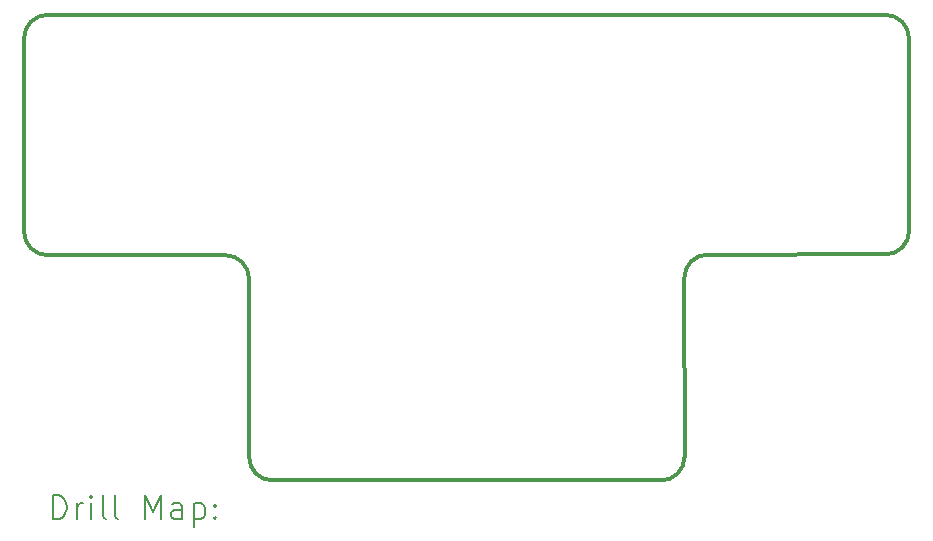
<source format=gbr>
%TF.GenerationSoftware,KiCad,Pcbnew,8.0.5*%
%TF.CreationDate,2024-09-18T06:55:58+09:00*%
%TF.ProjectId,SandyLP_Plate_Top,53616e64-794c-4505-9f50-6c6174655f54,v.0*%
%TF.SameCoordinates,Original*%
%TF.FileFunction,Drillmap*%
%TF.FilePolarity,Positive*%
%FSLAX45Y45*%
G04 Gerber Fmt 4.5, Leading zero omitted, Abs format (unit mm)*
G04 Created by KiCad (PCBNEW 8.0.5) date 2024-09-18 06:55:58*
%MOMM*%
%LPD*%
G01*
G04 APERTURE LIST*
%ADD10C,0.300000*%
%ADD11C,0.200000*%
G04 APERTURE END LIST*
D10*
X12050531Y-3375336D02*
X12050531Y-1739707D01*
X12250531Y-3575336D02*
X13755531Y-3575336D01*
X13955531Y-5282626D02*
X13955531Y-3775336D01*
X14155531Y-5482626D02*
X17443022Y-5482415D01*
X17643022Y-5282415D02*
X17640531Y-3769258D01*
X17840531Y-3569258D02*
X19344281Y-3568258D01*
X19344281Y-1539707D02*
X12250531Y-1539707D01*
X19544281Y-3368258D02*
X19544281Y-1739707D01*
X12050531Y-1739707D02*
G75*
G02*
X12250531Y-1539707I200000J0D01*
G01*
X12250531Y-3575336D02*
G75*
G02*
X12050531Y-3375336I0J200000D01*
G01*
X13755531Y-3575336D02*
G75*
G02*
X13955531Y-3775336I0J-200000D01*
G01*
X14155531Y-5482626D02*
G75*
G02*
X13955531Y-5282626I0J200000D01*
G01*
X17640531Y-3769258D02*
G75*
G02*
X17840531Y-3569257I199995J5D01*
G01*
X17643022Y-5282415D02*
G75*
G02*
X17443022Y-5482415I-199991J-8D01*
G01*
X19344281Y-1539707D02*
G75*
G02*
X19544284Y-1739707I0J-200003D01*
G01*
X19544281Y-3368258D02*
G75*
G02*
X19344281Y-3568260I-200010J7D01*
G01*
D11*
X12296308Y-5809110D02*
X12296308Y-5609110D01*
X12296308Y-5609110D02*
X12343927Y-5609110D01*
X12343927Y-5609110D02*
X12372498Y-5618633D01*
X12372498Y-5618633D02*
X12391546Y-5637681D01*
X12391546Y-5637681D02*
X12401070Y-5656729D01*
X12401070Y-5656729D02*
X12410593Y-5694824D01*
X12410593Y-5694824D02*
X12410593Y-5723395D01*
X12410593Y-5723395D02*
X12401070Y-5761490D01*
X12401070Y-5761490D02*
X12391546Y-5780538D01*
X12391546Y-5780538D02*
X12372498Y-5799586D01*
X12372498Y-5799586D02*
X12343927Y-5809110D01*
X12343927Y-5809110D02*
X12296308Y-5809110D01*
X12496308Y-5809110D02*
X12496308Y-5675776D01*
X12496308Y-5713871D02*
X12505832Y-5694824D01*
X12505832Y-5694824D02*
X12515355Y-5685300D01*
X12515355Y-5685300D02*
X12534403Y-5675776D01*
X12534403Y-5675776D02*
X12553451Y-5675776D01*
X12620117Y-5809110D02*
X12620117Y-5675776D01*
X12620117Y-5609110D02*
X12610593Y-5618633D01*
X12610593Y-5618633D02*
X12620117Y-5628157D01*
X12620117Y-5628157D02*
X12629641Y-5618633D01*
X12629641Y-5618633D02*
X12620117Y-5609110D01*
X12620117Y-5609110D02*
X12620117Y-5628157D01*
X12743927Y-5809110D02*
X12724879Y-5799586D01*
X12724879Y-5799586D02*
X12715355Y-5780538D01*
X12715355Y-5780538D02*
X12715355Y-5609110D01*
X12848689Y-5809110D02*
X12829641Y-5799586D01*
X12829641Y-5799586D02*
X12820117Y-5780538D01*
X12820117Y-5780538D02*
X12820117Y-5609110D01*
X13077260Y-5809110D02*
X13077260Y-5609110D01*
X13077260Y-5609110D02*
X13143927Y-5751967D01*
X13143927Y-5751967D02*
X13210593Y-5609110D01*
X13210593Y-5609110D02*
X13210593Y-5809110D01*
X13391546Y-5809110D02*
X13391546Y-5704348D01*
X13391546Y-5704348D02*
X13382022Y-5685300D01*
X13382022Y-5685300D02*
X13362974Y-5675776D01*
X13362974Y-5675776D02*
X13324879Y-5675776D01*
X13324879Y-5675776D02*
X13305832Y-5685300D01*
X13391546Y-5799586D02*
X13372498Y-5809110D01*
X13372498Y-5809110D02*
X13324879Y-5809110D01*
X13324879Y-5809110D02*
X13305832Y-5799586D01*
X13305832Y-5799586D02*
X13296308Y-5780538D01*
X13296308Y-5780538D02*
X13296308Y-5761490D01*
X13296308Y-5761490D02*
X13305832Y-5742443D01*
X13305832Y-5742443D02*
X13324879Y-5732919D01*
X13324879Y-5732919D02*
X13372498Y-5732919D01*
X13372498Y-5732919D02*
X13391546Y-5723395D01*
X13486784Y-5675776D02*
X13486784Y-5875776D01*
X13486784Y-5685300D02*
X13505832Y-5675776D01*
X13505832Y-5675776D02*
X13543927Y-5675776D01*
X13543927Y-5675776D02*
X13562974Y-5685300D01*
X13562974Y-5685300D02*
X13572498Y-5694824D01*
X13572498Y-5694824D02*
X13582022Y-5713871D01*
X13582022Y-5713871D02*
X13582022Y-5771014D01*
X13582022Y-5771014D02*
X13572498Y-5790062D01*
X13572498Y-5790062D02*
X13562974Y-5799586D01*
X13562974Y-5799586D02*
X13543927Y-5809110D01*
X13543927Y-5809110D02*
X13505832Y-5809110D01*
X13505832Y-5809110D02*
X13486784Y-5799586D01*
X13667736Y-5790062D02*
X13677260Y-5799586D01*
X13677260Y-5799586D02*
X13667736Y-5809110D01*
X13667736Y-5809110D02*
X13658213Y-5799586D01*
X13658213Y-5799586D02*
X13667736Y-5790062D01*
X13667736Y-5790062D02*
X13667736Y-5809110D01*
X13667736Y-5685300D02*
X13677260Y-5694824D01*
X13677260Y-5694824D02*
X13667736Y-5704348D01*
X13667736Y-5704348D02*
X13658213Y-5694824D01*
X13658213Y-5694824D02*
X13667736Y-5685300D01*
X13667736Y-5685300D02*
X13667736Y-5704348D01*
M02*

</source>
